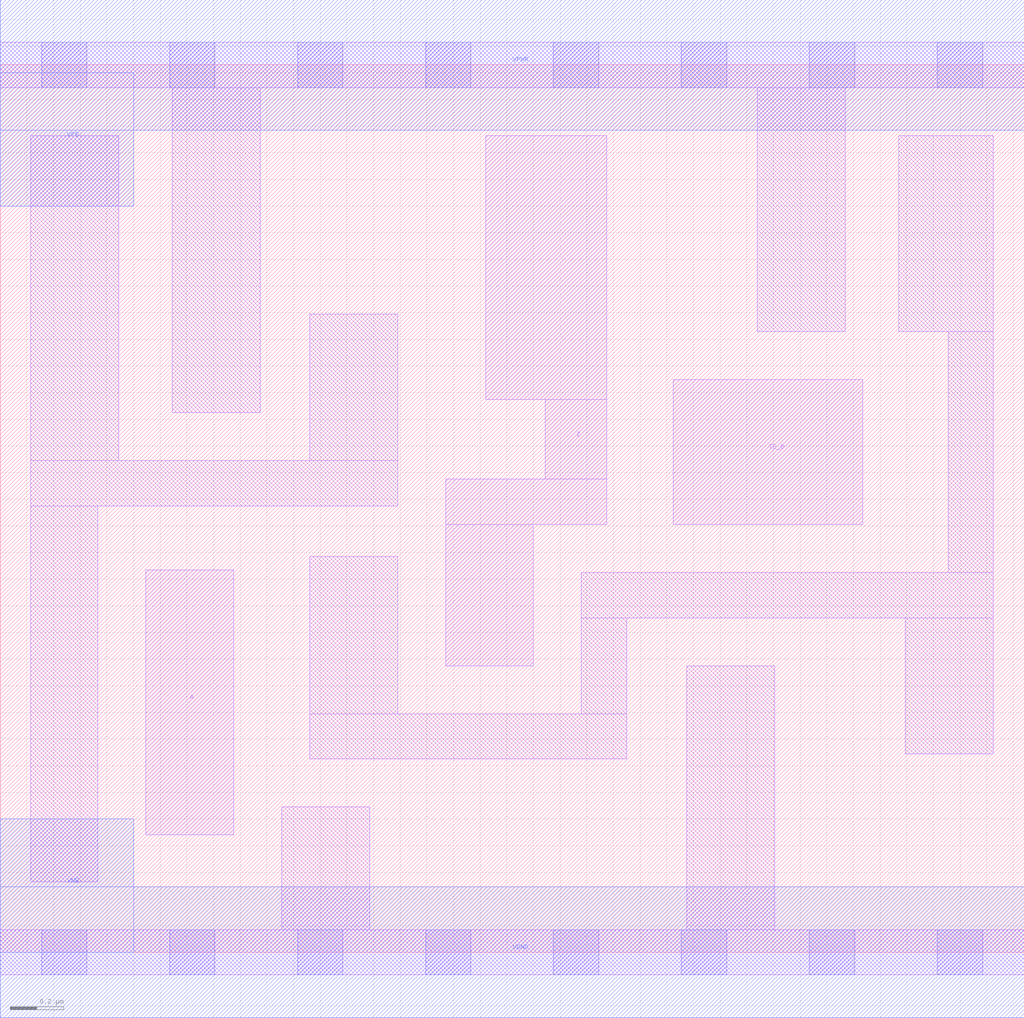
<source format=lef>
# Copyright 2020 The SkyWater PDK Authors
#
# Licensed under the Apache License, Version 2.0 (the "License");
# you may not use this file except in compliance with the License.
# You may obtain a copy of the License at
#
#     https://www.apache.org/licenses/LICENSE-2.0
#
# Unless required by applicable law or agreed to in writing, software
# distributed under the License is distributed on an "AS IS" BASIS,
# WITHOUT WARRANTIES OR CONDITIONS OF ANY KIND, either express or implied.
# See the License for the specific language governing permissions and
# limitations under the License.
#
# SPDX-License-Identifier: Apache-2.0

VERSION 5.5 ;
NAMESCASESENSITIVE ON ;
BUSBITCHARS "[]" ;
DIVIDERCHAR "/" ;
MACRO sky130_fd_sc_lp__ebufn_lp2
  CLASS CORE ;
  SOURCE USER ;
  ORIGIN  0.000000  0.000000 ;
  SIZE  3.840000 BY  3.330000 ;
  SYMMETRY X Y R90 ;
  SITE unit ;
  PIN A
    ANTENNAGATEAREA  0.376000 ;
    DIRECTION INPUT ;
    USE SIGNAL ;
    PORT
      LAYER li1 ;
        RECT 0.545000 0.440000 0.875000 1.435000 ;
    END
  END A
  PIN TE_B
    ANTENNAGATEAREA  0.626000 ;
    DIRECTION INPUT ;
    USE SIGNAL ;
    PORT
      LAYER li1 ;
        RECT 2.525000 1.605000 3.235000 2.150000 ;
    END
  END TE_B
  PIN Z
    ANTENNADIFFAREA  0.404700 ;
    DIRECTION OUTPUT ;
    USE SIGNAL ;
    PORT
      LAYER li1 ;
        RECT 1.670000 1.075000 2.000000 1.605000 ;
        RECT 1.670000 1.605000 2.275000 1.775000 ;
        RECT 1.820000 2.075000 2.275000 3.065000 ;
        RECT 2.045000 1.775000 2.275000 2.075000 ;
    END
  END Z
  PIN VGND
    DIRECTION INOUT ;
    USE GROUND ;
    PORT
      LAYER met1 ;
        RECT 0.000000 -0.245000 3.840000 0.245000 ;
    END
  END VGND
  PIN VNB
    DIRECTION INOUT ;
    USE GROUND ;
    PORT
      LAYER met1 ;
        RECT 0.000000 0.000000 0.500000 0.500000 ;
    END
  END VNB
  PIN VPB
    DIRECTION INOUT ;
    USE POWER ;
    PORT
      LAYER met1 ;
        RECT 0.000000 2.800000 0.500000 3.300000 ;
    END
  END VPB
  PIN VPWR
    DIRECTION INOUT ;
    USE POWER ;
    PORT
      LAYER met1 ;
        RECT 0.000000 3.085000 3.840000 3.575000 ;
    END
  END VPWR
  OBS
    LAYER li1 ;
      RECT 0.000000 -0.085000 3.840000 0.085000 ;
      RECT 0.000000  3.245000 3.840000 3.415000 ;
      RECT 0.115000  0.265000 0.365000 1.675000 ;
      RECT 0.115000  1.675000 1.490000 1.845000 ;
      RECT 0.115000  1.845000 0.445000 3.065000 ;
      RECT 0.645000  2.025000 0.975000 3.245000 ;
      RECT 1.055000  0.085000 1.385000 0.545000 ;
      RECT 1.160000  0.725000 2.350000 0.895000 ;
      RECT 1.160000  0.895000 1.490000 1.485000 ;
      RECT 1.160000  1.845000 1.490000 2.395000 ;
      RECT 2.180000  0.895000 2.350000 1.255000 ;
      RECT 2.180000  1.255000 3.725000 1.425000 ;
      RECT 2.575000  0.085000 2.905000 1.075000 ;
      RECT 2.840000  2.330000 3.170000 3.245000 ;
      RECT 3.370000  2.330000 3.725000 3.065000 ;
      RECT 3.395000  0.745000 3.725000 1.255000 ;
      RECT 3.555000  1.425000 3.725000 2.330000 ;
    LAYER mcon ;
      RECT 0.155000 -0.085000 0.325000 0.085000 ;
      RECT 0.155000  3.245000 0.325000 3.415000 ;
      RECT 0.635000 -0.085000 0.805000 0.085000 ;
      RECT 0.635000  3.245000 0.805000 3.415000 ;
      RECT 1.115000 -0.085000 1.285000 0.085000 ;
      RECT 1.115000  3.245000 1.285000 3.415000 ;
      RECT 1.595000 -0.085000 1.765000 0.085000 ;
      RECT 1.595000  3.245000 1.765000 3.415000 ;
      RECT 2.075000 -0.085000 2.245000 0.085000 ;
      RECT 2.075000  3.245000 2.245000 3.415000 ;
      RECT 2.555000 -0.085000 2.725000 0.085000 ;
      RECT 2.555000  3.245000 2.725000 3.415000 ;
      RECT 3.035000 -0.085000 3.205000 0.085000 ;
      RECT 3.035000  3.245000 3.205000 3.415000 ;
      RECT 3.515000 -0.085000 3.685000 0.085000 ;
      RECT 3.515000  3.245000 3.685000 3.415000 ;
  END
END sky130_fd_sc_lp__ebufn_lp2

</source>
